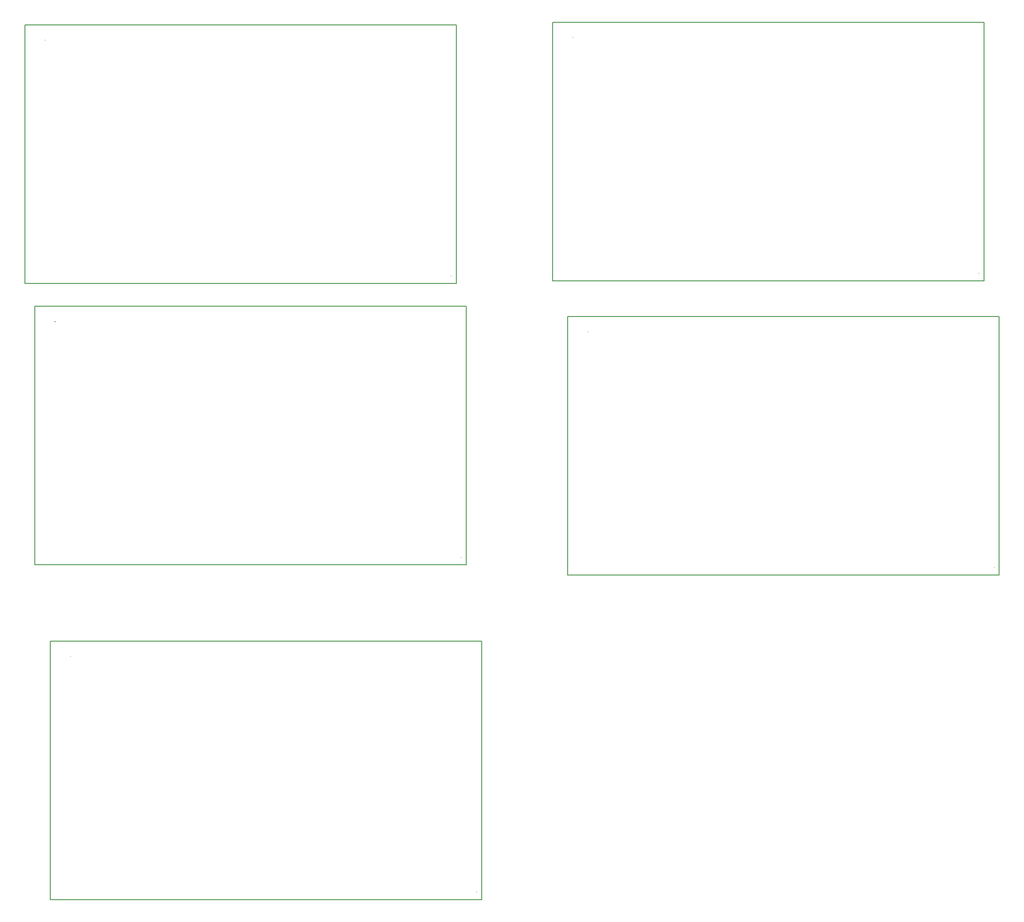
<source format=gbr>
G04 (created by PCBNEW (2013-jul-07)-stable) date śro, 10 cze 2015, 22:39:15*
%MOIN*%
G04 Gerber Fmt 3.4, Leading zero omitted, Abs format*
%FSLAX34Y34*%
G01*
G70*
G90*
G04 APERTURE LIST*
%ADD10C,0.00590551*%
G04 APERTURE END LIST*
G54D10*
X82874Y-26968D02*
G75*
G03X82874Y-26968I0J0D01*
G74*
G01*
X82873Y-26968D02*
X82875Y-26968D01*
X82874Y-26967D02*
X82874Y-26969D01*
X51378Y-8661D02*
G75*
G03X51378Y-8661I0J0D01*
G74*
G01*
X51376Y-8661D02*
X51378Y-8661D01*
X51377Y-8660D02*
X51377Y-8662D01*
X49803Y-7480D02*
X83267Y-7480D01*
X49803Y-27559D02*
X49803Y-7480D01*
X83267Y-27559D02*
X49803Y-27559D01*
X83267Y-7480D02*
X83267Y-27559D01*
X82874Y-26968D02*
G75*
G03X82874Y-26968I0J0D01*
G74*
G01*
X82873Y-26968D02*
X82875Y-26968D01*
X82874Y-26967D02*
X82874Y-26969D01*
X51378Y-8661D02*
G75*
G03X51378Y-8661I0J0D01*
G74*
G01*
X51376Y-8661D02*
X51378Y-8661D01*
X51377Y-8660D02*
X51377Y-8662D01*
X49803Y-7480D02*
X83267Y-7480D01*
X49803Y-27559D02*
X49803Y-7480D01*
X83267Y-27559D02*
X49803Y-27559D01*
X83267Y-7480D02*
X83267Y-27559D01*
X82874Y-26968D02*
G75*
G03X82874Y-26968I0J0D01*
G74*
G01*
X82873Y-26968D02*
X82875Y-26968D01*
X82874Y-26967D02*
X82874Y-26969D01*
X51378Y-8661D02*
G75*
G03X51378Y-8661I0J0D01*
G74*
G01*
X51376Y-8661D02*
X51378Y-8661D01*
X51377Y-8660D02*
X51377Y-8662D01*
X49803Y-7480D02*
X83267Y-7480D01*
X49803Y-27559D02*
X49803Y-7480D01*
X83267Y-27559D02*
X49803Y-27559D01*
X83267Y-7480D02*
X83267Y-27559D01*
X42717Y-49015D02*
G75*
G03X42717Y-49015I0J0D01*
G74*
G01*
X42715Y-49015D02*
X42717Y-49015D01*
X42716Y-49014D02*
X42716Y-49016D01*
X11221Y-30708D02*
G75*
G03X11221Y-30708I0J0D01*
G74*
G01*
X11219Y-30708D02*
X11221Y-30708D01*
X11220Y-30707D02*
X11220Y-30709D01*
X9645Y-29527D02*
X43110Y-29527D01*
X9645Y-49606D02*
X9645Y-29527D01*
X43110Y-49606D02*
X9645Y-49606D01*
X43110Y-29527D02*
X43110Y-49606D01*
X42717Y-49015D02*
G75*
G03X42717Y-49015I0J0D01*
G74*
G01*
X42715Y-49015D02*
X42717Y-49015D01*
X42716Y-49014D02*
X42716Y-49016D01*
X11221Y-30708D02*
G75*
G03X11221Y-30708I0J0D01*
G74*
G01*
X11219Y-30708D02*
X11221Y-30708D01*
X11220Y-30707D02*
X11220Y-30709D01*
X9645Y-29527D02*
X43110Y-29527D01*
X9645Y-49606D02*
X9645Y-29527D01*
X43110Y-49606D02*
X9645Y-49606D01*
X43110Y-29527D02*
X43110Y-49606D01*
X84055Y-49803D02*
G75*
G03X84055Y-49803I0J0D01*
G74*
G01*
X84054Y-49803D02*
X84056Y-49803D01*
X84055Y-49802D02*
X84055Y-49804D01*
X52559Y-31496D02*
G75*
G03X52559Y-31496I0J0D01*
G74*
G01*
X52558Y-31496D02*
X52560Y-31496D01*
X52559Y-31495D02*
X52559Y-31497D01*
X50984Y-30314D02*
X84448Y-30314D01*
X50984Y-50393D02*
X50984Y-30314D01*
X84448Y-50393D02*
X50984Y-50393D01*
X84448Y-30314D02*
X84448Y-50393D01*
X43898Y-75000D02*
G75*
G03X43898Y-75000I0J0D01*
G74*
G01*
X43896Y-75000D02*
X43898Y-75000D01*
X43897Y-74999D02*
X43897Y-75000D01*
X12402Y-56692D02*
G75*
G03X12402Y-56692I0J0D01*
G74*
G01*
X12400Y-56692D02*
X12402Y-56692D01*
X12401Y-56691D02*
X12401Y-56693D01*
X10826Y-55511D02*
X44291Y-55511D01*
X10826Y-75590D02*
X10826Y-55511D01*
X44291Y-75590D02*
X10826Y-75590D01*
X44291Y-55511D02*
X44291Y-75590D01*
X41929Y-27165D02*
G75*
G03X41929Y-27165I0J0D01*
G74*
G01*
X41928Y-27165D02*
X41930Y-27165D01*
X41929Y-27164D02*
X41929Y-27166D01*
X10433Y-8858D02*
G75*
G03X10433Y-8858I0J0D01*
G74*
G01*
X10432Y-8858D02*
X10434Y-8858D01*
X10433Y-8857D02*
X10433Y-8859D01*
X8858Y-7677D02*
X42322Y-7677D01*
X8858Y-27755D02*
X8858Y-7677D01*
X42322Y-27755D02*
X8858Y-27755D01*
X42322Y-7677D02*
X42322Y-27755D01*
M02*

</source>
